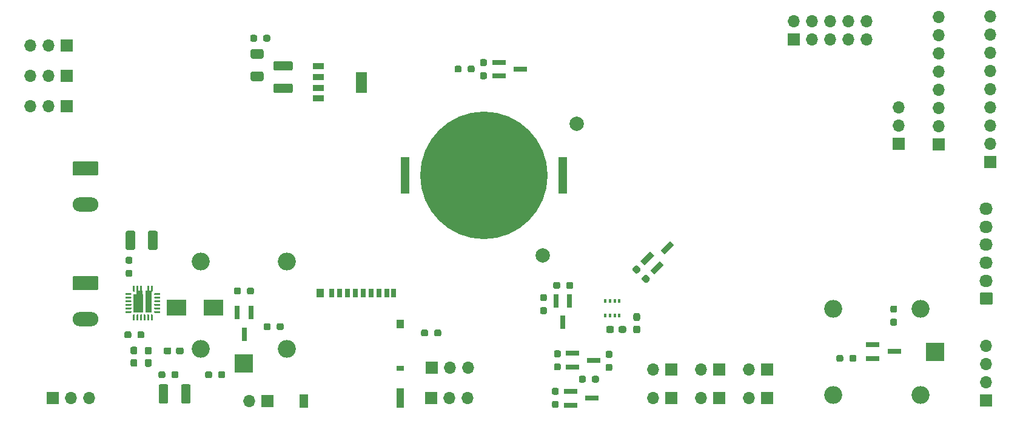
<source format=gbr>
%TF.GenerationSoftware,KiCad,Pcbnew,(5.1.8)-1*%
%TF.CreationDate,2022-04-23T21:59:24-07:00*%
%TF.ProjectId,AttitudeMotorController,41747469-7475-4646-954d-6f746f72436f,rev?*%
%TF.SameCoordinates,Original*%
%TF.FileFunction,Soldermask,Bot*%
%TF.FilePolarity,Negative*%
%FSLAX46Y46*%
G04 Gerber Fmt 4.6, Leading zero omitted, Abs format (unit mm)*
G04 Created by KiCad (PCBNEW (5.1.8)-1) date 2022-04-23 21:59:24*
%MOMM*%
%LPD*%
G01*
G04 APERTURE LIST*
%ADD10C,17.800000*%
%ADD11R,1.270000X5.080000*%
%ADD12R,1.700000X1.700000*%
%ADD13O,1.700000X1.700000*%
%ADD14O,1.850000X1.700000*%
%ADD15R,0.700000X1.200000*%
%ADD16R,1.000000X1.200000*%
%ADD17R,1.000000X0.800000*%
%ADD18R,1.000000X2.800000*%
%ADD19R,1.300000X1.900000*%
%ADD20O,3.600000X2.000000*%
%ADD21R,2.500000X2.500000*%
%ADD22O,2.500000X2.500000*%
%ADD23R,2.700000X2.200000*%
%ADD24R,0.800000X1.900000*%
%ADD25R,1.900000X0.800000*%
%ADD26C,2.000000*%
%ADD27R,0.875000X3.100000*%
%ADD28R,0.950000X3.100000*%
%ADD29R,1.340000X2.625000*%
%ADD30R,1.600200X0.838200*%
%ADD31R,1.600200X2.997200*%
%ADD32R,0.350000X0.500000*%
%ADD33C,0.100000*%
G04 APERTURE END LIST*
D10*
%TO.C,BT1*%
X126758700Y-23990300D03*
D11*
X137743700Y-23990300D03*
X115773700Y-23990300D03*
%TD*%
%TO.C,C12*%
G36*
G01*
X76743200Y-34196202D02*
X76743200Y-31996198D01*
G75*
G02*
X76993198Y-31746200I249998J0D01*
G01*
X77818202Y-31746200D01*
G75*
G02*
X78068200Y-31996198I0J-249998D01*
G01*
X78068200Y-34196202D01*
G75*
G02*
X77818202Y-34446200I-249998J0D01*
G01*
X76993198Y-34446200D01*
G75*
G02*
X76743200Y-34196202I0J249998D01*
G01*
G37*
G36*
G01*
X79868200Y-34196202D02*
X79868200Y-31996198D01*
G75*
G02*
X80118198Y-31746200I249998J0D01*
G01*
X80943202Y-31746200D01*
G75*
G02*
X81193200Y-31996198I0J-249998D01*
G01*
X81193200Y-34196202D01*
G75*
G02*
X80943202Y-34446200I-249998J0D01*
G01*
X80118198Y-34446200D01*
G75*
G02*
X79868200Y-34196202I0J249998D01*
G01*
G37*
%TD*%
%TO.C,C13*%
G36*
G01*
X77651600Y-49651800D02*
X78126600Y-49651800D01*
G75*
G02*
X78364100Y-49889300I0J-237500D01*
G01*
X78364100Y-50489300D01*
G75*
G02*
X78126600Y-50726800I-237500J0D01*
G01*
X77651600Y-50726800D01*
G75*
G02*
X77414100Y-50489300I0J237500D01*
G01*
X77414100Y-49889300D01*
G75*
G02*
X77651600Y-49651800I237500J0D01*
G01*
G37*
G36*
G01*
X77651600Y-47926800D02*
X78126600Y-47926800D01*
G75*
G02*
X78364100Y-48164300I0J-237500D01*
G01*
X78364100Y-48764300D01*
G75*
G02*
X78126600Y-49001800I-237500J0D01*
G01*
X77651600Y-49001800D01*
G75*
G02*
X77414100Y-48764300I0J237500D01*
G01*
X77414100Y-48164300D01*
G75*
G02*
X77651600Y-47926800I237500J0D01*
G01*
G37*
%TD*%
%TO.C,C14*%
G36*
G01*
X79658200Y-47939500D02*
X80133200Y-47939500D01*
G75*
G02*
X80370700Y-48177000I0J-237500D01*
G01*
X80370700Y-48777000D01*
G75*
G02*
X80133200Y-49014500I-237500J0D01*
G01*
X79658200Y-49014500D01*
G75*
G02*
X79420700Y-48777000I0J237500D01*
G01*
X79420700Y-48177000D01*
G75*
G02*
X79658200Y-47939500I237500J0D01*
G01*
G37*
G36*
G01*
X79658200Y-49664500D02*
X80133200Y-49664500D01*
G75*
G02*
X80370700Y-49902000I0J-237500D01*
G01*
X80370700Y-50502000D01*
G75*
G02*
X80133200Y-50739500I-237500J0D01*
G01*
X79658200Y-50739500D01*
G75*
G02*
X79420700Y-50502000I0J237500D01*
G01*
X79420700Y-49902000D01*
G75*
G02*
X79658200Y-49664500I237500J0D01*
G01*
G37*
%TD*%
%TO.C,C25*%
G36*
G01*
X148332200Y-44328200D02*
X147857200Y-44328200D01*
G75*
G02*
X147619700Y-44090700I0J237500D01*
G01*
X147619700Y-43490700D01*
G75*
G02*
X147857200Y-43253200I237500J0D01*
G01*
X148332200Y-43253200D01*
G75*
G02*
X148569700Y-43490700I0J-237500D01*
G01*
X148569700Y-44090700D01*
G75*
G02*
X148332200Y-44328200I-237500J0D01*
G01*
G37*
G36*
G01*
X148332200Y-46053200D02*
X147857200Y-46053200D01*
G75*
G02*
X147619700Y-45815700I0J237500D01*
G01*
X147619700Y-45215700D01*
G75*
G02*
X147857200Y-44978200I237500J0D01*
G01*
X148332200Y-44978200D01*
G75*
G02*
X148569700Y-45215700I0J-237500D01*
G01*
X148569700Y-45815700D01*
G75*
G02*
X148332200Y-46053200I-237500J0D01*
G01*
G37*
%TD*%
%TO.C,C26*%
G36*
G01*
X143837200Y-45767000D02*
X143837200Y-45292000D01*
G75*
G02*
X144074700Y-45054500I237500J0D01*
G01*
X144674700Y-45054500D01*
G75*
G02*
X144912200Y-45292000I0J-237500D01*
G01*
X144912200Y-45767000D01*
G75*
G02*
X144674700Y-46004500I-237500J0D01*
G01*
X144074700Y-46004500D01*
G75*
G02*
X143837200Y-45767000I0J237500D01*
G01*
G37*
G36*
G01*
X145562200Y-45767000D02*
X145562200Y-45292000D01*
G75*
G02*
X145799700Y-45054500I237500J0D01*
G01*
X146399700Y-45054500D01*
G75*
G02*
X146637200Y-45292000I0J-237500D01*
G01*
X146637200Y-45767000D01*
G75*
G02*
X146399700Y-46004500I-237500J0D01*
G01*
X145799700Y-46004500D01*
G75*
G02*
X145562200Y-45767000I0J237500D01*
G01*
G37*
%TD*%
%TO.C,C28*%
G36*
G01*
X84837900Y-48276500D02*
X84837900Y-48751500D01*
G75*
G02*
X84600400Y-48989000I-237500J0D01*
G01*
X84000400Y-48989000D01*
G75*
G02*
X83762900Y-48751500I0J237500D01*
G01*
X83762900Y-48276500D01*
G75*
G02*
X84000400Y-48039000I237500J0D01*
G01*
X84600400Y-48039000D01*
G75*
G02*
X84837900Y-48276500I0J-237500D01*
G01*
G37*
G36*
G01*
X83112900Y-48276500D02*
X83112900Y-48751500D01*
G75*
G02*
X82875400Y-48989000I-237500J0D01*
G01*
X82275400Y-48989000D01*
G75*
G02*
X82037900Y-48751500I0J237500D01*
G01*
X82037900Y-48276500D01*
G75*
G02*
X82275400Y-48039000I237500J0D01*
G01*
X82875400Y-48039000D01*
G75*
G02*
X83112900Y-48276500I0J-237500D01*
G01*
G37*
%TD*%
%TO.C,C31*%
G36*
G01*
X82678700Y-53408398D02*
X82678700Y-55608402D01*
G75*
G02*
X82428702Y-55858400I-249998J0D01*
G01*
X81603698Y-55858400D01*
G75*
G02*
X81353700Y-55608402I0J249998D01*
G01*
X81353700Y-53408398D01*
G75*
G02*
X81603698Y-53158400I249998J0D01*
G01*
X82428702Y-53158400D01*
G75*
G02*
X82678700Y-53408398I0J-249998D01*
G01*
G37*
G36*
G01*
X85803700Y-53408398D02*
X85803700Y-55608402D01*
G75*
G02*
X85553702Y-55858400I-249998J0D01*
G01*
X84728698Y-55858400D01*
G75*
G02*
X84478700Y-55608402I0J249998D01*
G01*
X84478700Y-53408398D01*
G75*
G02*
X84728698Y-53158400I249998J0D01*
G01*
X85553702Y-53158400D01*
G75*
G02*
X85803700Y-53408398I0J-249998D01*
G01*
G37*
%TD*%
%TO.C,C33*%
G36*
G01*
X95734902Y-10860600D02*
X94434898Y-10860600D01*
G75*
G02*
X94184900Y-10610602I0J249998D01*
G01*
X94184900Y-9785598D01*
G75*
G02*
X94434898Y-9535600I249998J0D01*
G01*
X95734902Y-9535600D01*
G75*
G02*
X95984900Y-9785598I0J-249998D01*
G01*
X95984900Y-10610602D01*
G75*
G02*
X95734902Y-10860600I-249998J0D01*
G01*
G37*
G36*
G01*
X95734902Y-7735600D02*
X94434898Y-7735600D01*
G75*
G02*
X94184900Y-7485602I0J249998D01*
G01*
X94184900Y-6660598D01*
G75*
G02*
X94434898Y-6410600I249998J0D01*
G01*
X95734902Y-6410600D01*
G75*
G02*
X95984900Y-6660598I0J-249998D01*
G01*
X95984900Y-7485602D01*
G75*
G02*
X95734902Y-7735600I-249998J0D01*
G01*
G37*
%TD*%
%TO.C,C35*%
G36*
G01*
X99817102Y-12537400D02*
X97617098Y-12537400D01*
G75*
G02*
X97367100Y-12287402I0J249998D01*
G01*
X97367100Y-11462398D01*
G75*
G02*
X97617098Y-11212400I249998J0D01*
G01*
X99817102Y-11212400D01*
G75*
G02*
X100067100Y-11462398I0J-249998D01*
G01*
X100067100Y-12287402D01*
G75*
G02*
X99817102Y-12537400I-249998J0D01*
G01*
G37*
G36*
G01*
X99817102Y-9412400D02*
X97617098Y-9412400D01*
G75*
G02*
X97367100Y-9162402I0J249998D01*
G01*
X97367100Y-8337398D01*
G75*
G02*
X97617098Y-8087400I249998J0D01*
G01*
X99817102Y-8087400D01*
G75*
G02*
X100067100Y-8337398I0J-249998D01*
G01*
X100067100Y-9162402D01*
G75*
G02*
X99817102Y-9412400I-249998J0D01*
G01*
G37*
%TD*%
D12*
%TO.C,J1*%
X190220600Y-19723100D03*
D13*
X190220600Y-17183100D03*
X190220600Y-14643100D03*
X190220600Y-12103100D03*
X190220600Y-9563100D03*
X190220600Y-7023100D03*
X190220600Y-4483100D03*
X190220600Y-1943100D03*
%TD*%
D12*
%TO.C,J2*%
X119481600Y-50838100D03*
D13*
X122021600Y-50838100D03*
X124561600Y-50838100D03*
%TD*%
D12*
%TO.C,J3*%
X170027600Y-5054600D03*
D13*
X170027600Y-2514600D03*
X172567600Y-5054600D03*
X172567600Y-2514600D03*
X175107600Y-5054600D03*
X175107600Y-2514600D03*
X177647600Y-5054600D03*
X177647600Y-2514600D03*
X180187600Y-5054600D03*
X180187600Y-2514600D03*
%TD*%
D12*
%TO.C,J4*%
X184658000Y-19646900D03*
D13*
X184658000Y-17106900D03*
X184658000Y-14566900D03*
%TD*%
D12*
%TO.C,J5*%
X68529200Y-5880100D03*
D13*
X65989200Y-5880100D03*
X63449200Y-5880100D03*
%TD*%
%TO.C,J6*%
G36*
G01*
X197575800Y-42061500D02*
X196225800Y-42061500D01*
G75*
G02*
X195975800Y-41811500I0J250000D01*
G01*
X195975800Y-40611500D01*
G75*
G02*
X196225800Y-40361500I250000J0D01*
G01*
X197575800Y-40361500D01*
G75*
G02*
X197825800Y-40611500I0J-250000D01*
G01*
X197825800Y-41811500D01*
G75*
G02*
X197575800Y-42061500I-250000J0D01*
G01*
G37*
D14*
X196900800Y-38711500D03*
X196900800Y-36211500D03*
X196900800Y-33711500D03*
X196900800Y-31211500D03*
X196900800Y-28711500D03*
%TD*%
D13*
%TO.C,J7*%
X124485400Y-55054500D03*
X121945400Y-55054500D03*
D12*
X119405400Y-55054500D03*
%TD*%
%TO.C,J8*%
X197434200Y-22123400D03*
D13*
X197434200Y-19583400D03*
X197434200Y-17043400D03*
X197434200Y-14503400D03*
X197434200Y-11963400D03*
X197434200Y-9423400D03*
X197434200Y-6883400D03*
X197434200Y-4343400D03*
X197434200Y-1803400D03*
%TD*%
D12*
%TO.C,J9*%
X196850000Y-55397400D03*
D13*
X196850000Y-52857400D03*
X196850000Y-50317400D03*
X196850000Y-47777400D03*
%TD*%
%TO.C,J10*%
X163733480Y-55102760D03*
D12*
X166273480Y-55102760D03*
%TD*%
%TO.C,J11*%
X159639000Y-55102760D03*
D13*
X157099000Y-55102760D03*
%TD*%
D12*
%TO.C,J12*%
X152948640Y-55128160D03*
D13*
X150408640Y-55128160D03*
%TD*%
%TO.C,J13*%
X163753800Y-51117500D03*
D12*
X166293800Y-51117500D03*
%TD*%
D13*
%TO.C,J14*%
X157111700Y-51104800D03*
D12*
X159651700Y-51104800D03*
%TD*%
%TO.C,J15*%
X152946100Y-51092100D03*
D13*
X150406100Y-51092100D03*
%TD*%
D12*
%TO.C,J16*%
X96507300Y-55524400D03*
D13*
X93967300Y-55524400D03*
%TD*%
D12*
%TO.C,J17*%
X66548000Y-55105300D03*
D13*
X69088000Y-55105300D03*
X71628000Y-55105300D03*
%TD*%
D15*
%TO.C,J18*%
X114142500Y-40433400D03*
X113192500Y-40433400D03*
X105492500Y-40433400D03*
X106592500Y-40433400D03*
X107692500Y-40433400D03*
X108792500Y-40433400D03*
X109892500Y-40433400D03*
X110992500Y-40433400D03*
X112092500Y-40433400D03*
D16*
X103942500Y-40433400D03*
X115092500Y-44733400D03*
D17*
X115092500Y-50933400D03*
D18*
X115092500Y-55083400D03*
D19*
X101592500Y-55533400D03*
%TD*%
D20*
%TO.C,J19*%
X71120000Y-28063200D03*
G36*
G01*
X69570000Y-22063200D02*
X72670000Y-22063200D01*
G75*
G02*
X72920000Y-22313200I0J-250000D01*
G01*
X72920000Y-23813200D01*
G75*
G02*
X72670000Y-24063200I-250000J0D01*
G01*
X69570000Y-24063200D01*
G75*
G02*
X69320000Y-23813200I0J250000D01*
G01*
X69320000Y-22313200D01*
G75*
G02*
X69570000Y-22063200I250000J0D01*
G01*
G37*
%TD*%
%TO.C,J20*%
G36*
G01*
X69570000Y-38052500D02*
X72670000Y-38052500D01*
G75*
G02*
X72920000Y-38302500I0J-250000D01*
G01*
X72920000Y-39802500D01*
G75*
G02*
X72670000Y-40052500I-250000J0D01*
G01*
X69570000Y-40052500D01*
G75*
G02*
X69320000Y-39802500I0J250000D01*
G01*
X69320000Y-38302500D01*
G75*
G02*
X69570000Y-38052500I250000J0D01*
G01*
G37*
X71120000Y-44052500D03*
%TD*%
D13*
%TO.C,J21*%
X63461900Y-14363700D03*
X66001900Y-14363700D03*
D12*
X68541900Y-14363700D03*
%TD*%
D13*
%TO.C,J22*%
X63461900Y-10147300D03*
X66001900Y-10147300D03*
D12*
X68541900Y-10147300D03*
%TD*%
D21*
%TO.C,K1*%
X93256100Y-50253900D03*
D22*
X99256100Y-48253900D03*
X99256100Y-36053900D03*
X87256100Y-36053900D03*
X87256100Y-48253900D03*
%TD*%
%TO.C,K2*%
X187712600Y-54679100D03*
X175512600Y-54679100D03*
X175512600Y-42679100D03*
X187712600Y-42679100D03*
D21*
X189712600Y-48679100D03*
%TD*%
D23*
%TO.C,L1*%
X83873500Y-42519600D03*
X88973500Y-42519600D03*
%TD*%
D24*
%TO.C,Q7*%
X93284000Y-46180000D03*
X94234000Y-43180000D03*
X92334000Y-43180000D03*
%TD*%
D25*
%TO.C,Q8*%
X184061100Y-48602900D03*
X181061100Y-47652900D03*
X181061100Y-49552900D03*
%TD*%
%TO.C,R13*%
G36*
G01*
X118967700Y-45774600D02*
X118967700Y-46249600D01*
G75*
G02*
X118730200Y-46487100I-237500J0D01*
G01*
X118230200Y-46487100D01*
G75*
G02*
X117992700Y-46249600I0J237500D01*
G01*
X117992700Y-45774600D01*
G75*
G02*
X118230200Y-45537100I237500J0D01*
G01*
X118730200Y-45537100D01*
G75*
G02*
X118967700Y-45774600I0J-237500D01*
G01*
G37*
G36*
G01*
X120792700Y-45774600D02*
X120792700Y-46249600D01*
G75*
G02*
X120555200Y-46487100I-237500J0D01*
G01*
X120055200Y-46487100D01*
G75*
G02*
X119817700Y-46249600I0J237500D01*
G01*
X119817700Y-45774600D01*
G75*
G02*
X120055200Y-45537100I237500J0D01*
G01*
X120555200Y-45537100D01*
G75*
G02*
X120792700Y-45774600I0J-237500D01*
G01*
G37*
%TD*%
%TO.C,R15*%
G36*
G01*
X92818400Y-39919900D02*
X92818400Y-40394900D01*
G75*
G02*
X92580900Y-40632400I-237500J0D01*
G01*
X92080900Y-40632400D01*
G75*
G02*
X91843400Y-40394900I0J237500D01*
G01*
X91843400Y-39919900D01*
G75*
G02*
X92080900Y-39682400I237500J0D01*
G01*
X92580900Y-39682400D01*
G75*
G02*
X92818400Y-39919900I0J-237500D01*
G01*
G37*
G36*
G01*
X94643400Y-39919900D02*
X94643400Y-40394900D01*
G75*
G02*
X94405900Y-40632400I-237500J0D01*
G01*
X93905900Y-40632400D01*
G75*
G02*
X93668400Y-40394900I0J237500D01*
G01*
X93668400Y-39919900D01*
G75*
G02*
X93905900Y-39682400I237500J0D01*
G01*
X94405900Y-39682400D01*
G75*
G02*
X94643400Y-39919900I0J-237500D01*
G01*
G37*
%TD*%
%TO.C,R16*%
G36*
G01*
X95996300Y-45373300D02*
X95996300Y-44898300D01*
G75*
G02*
X96233800Y-44660800I237500J0D01*
G01*
X96733800Y-44660800D01*
G75*
G02*
X96971300Y-44898300I0J-237500D01*
G01*
X96971300Y-45373300D01*
G75*
G02*
X96733800Y-45610800I-237500J0D01*
G01*
X96233800Y-45610800D01*
G75*
G02*
X95996300Y-45373300I0J237500D01*
G01*
G37*
G36*
G01*
X97821300Y-45373300D02*
X97821300Y-44898300D01*
G75*
G02*
X98058800Y-44660800I237500J0D01*
G01*
X98558800Y-44660800D01*
G75*
G02*
X98796300Y-44898300I0J-237500D01*
G01*
X98796300Y-45373300D01*
G75*
G02*
X98558800Y-45610800I-237500J0D01*
G01*
X98058800Y-45610800D01*
G75*
G02*
X97821300Y-45373300I0J237500D01*
G01*
G37*
%TD*%
%TO.C,R17*%
G36*
G01*
X177782400Y-49792900D02*
X177782400Y-49317900D01*
G75*
G02*
X178019900Y-49080400I237500J0D01*
G01*
X178519900Y-49080400D01*
G75*
G02*
X178757400Y-49317900I0J-237500D01*
G01*
X178757400Y-49792900D01*
G75*
G02*
X178519900Y-50030400I-237500J0D01*
G01*
X178019900Y-50030400D01*
G75*
G02*
X177782400Y-49792900I0J237500D01*
G01*
G37*
G36*
G01*
X175957400Y-49792900D02*
X175957400Y-49317900D01*
G75*
G02*
X176194900Y-49080400I237500J0D01*
G01*
X176694900Y-49080400D01*
G75*
G02*
X176932400Y-49317900I0J-237500D01*
G01*
X176932400Y-49792900D01*
G75*
G02*
X176694900Y-50030400I-237500J0D01*
G01*
X176194900Y-50030400D01*
G75*
G02*
X175957400Y-49792900I0J237500D01*
G01*
G37*
%TD*%
%TO.C,R18*%
G36*
G01*
X184222400Y-44997200D02*
X183747400Y-44997200D01*
G75*
G02*
X183509900Y-44759700I0J237500D01*
G01*
X183509900Y-44259700D01*
G75*
G02*
X183747400Y-44022200I237500J0D01*
G01*
X184222400Y-44022200D01*
G75*
G02*
X184459900Y-44259700I0J-237500D01*
G01*
X184459900Y-44759700D01*
G75*
G02*
X184222400Y-44997200I-237500J0D01*
G01*
G37*
G36*
G01*
X184222400Y-43172200D02*
X183747400Y-43172200D01*
G75*
G02*
X183509900Y-42934700I0J237500D01*
G01*
X183509900Y-42434700D01*
G75*
G02*
X183747400Y-42197200I237500J0D01*
G01*
X184222400Y-42197200D01*
G75*
G02*
X184459900Y-42434700I0J-237500D01*
G01*
X184459900Y-42934700D01*
G75*
G02*
X184222400Y-43172200I-237500J0D01*
G01*
G37*
%TD*%
%TO.C,R19*%
G36*
G01*
X76552600Y-46503600D02*
X76552600Y-46028600D01*
G75*
G02*
X76790100Y-45791100I237500J0D01*
G01*
X77290100Y-45791100D01*
G75*
G02*
X77527600Y-46028600I0J-237500D01*
G01*
X77527600Y-46503600D01*
G75*
G02*
X77290100Y-46741100I-237500J0D01*
G01*
X76790100Y-46741100D01*
G75*
G02*
X76552600Y-46503600I0J237500D01*
G01*
G37*
G36*
G01*
X78377600Y-46503600D02*
X78377600Y-46028600D01*
G75*
G02*
X78615100Y-45791100I237500J0D01*
G01*
X79115100Y-45791100D01*
G75*
G02*
X79352600Y-46028600I0J-237500D01*
G01*
X79352600Y-46503600D01*
G75*
G02*
X79115100Y-46741100I-237500J0D01*
G01*
X78615100Y-46741100D01*
G75*
G02*
X78377600Y-46503600I0J237500D01*
G01*
G37*
%TD*%
%TO.C,R20*%
G36*
G01*
X76978500Y-37206100D02*
X77453500Y-37206100D01*
G75*
G02*
X77691000Y-37443600I0J-237500D01*
G01*
X77691000Y-37943600D01*
G75*
G02*
X77453500Y-38181100I-237500J0D01*
G01*
X76978500Y-38181100D01*
G75*
G02*
X76741000Y-37943600I0J237500D01*
G01*
X76741000Y-37443600D01*
G75*
G02*
X76978500Y-37206100I237500J0D01*
G01*
G37*
G36*
G01*
X76978500Y-35381100D02*
X77453500Y-35381100D01*
G75*
G02*
X77691000Y-35618600I0J-237500D01*
G01*
X77691000Y-36118600D01*
G75*
G02*
X77453500Y-36356100I-237500J0D01*
G01*
X76978500Y-36356100D01*
G75*
G02*
X76741000Y-36118600I0J237500D01*
G01*
X76741000Y-35618600D01*
G75*
G02*
X76978500Y-35381100I237500J0D01*
G01*
G37*
%TD*%
%TO.C,R21*%
G36*
G01*
X90630200Y-51603900D02*
X90630200Y-52078900D01*
G75*
G02*
X90392700Y-52316400I-237500J0D01*
G01*
X89892700Y-52316400D01*
G75*
G02*
X89655200Y-52078900I0J237500D01*
G01*
X89655200Y-51603900D01*
G75*
G02*
X89892700Y-51366400I237500J0D01*
G01*
X90392700Y-51366400D01*
G75*
G02*
X90630200Y-51603900I0J-237500D01*
G01*
G37*
G36*
G01*
X88805200Y-51603900D02*
X88805200Y-52078900D01*
G75*
G02*
X88567700Y-52316400I-237500J0D01*
G01*
X88067700Y-52316400D01*
G75*
G02*
X87830200Y-52078900I0J237500D01*
G01*
X87830200Y-51603900D01*
G75*
G02*
X88067700Y-51366400I237500J0D01*
G01*
X88567700Y-51366400D01*
G75*
G02*
X88805200Y-51603900I0J-237500D01*
G01*
G37*
%TD*%
%TO.C,R22*%
G36*
G01*
X82275500Y-51603900D02*
X82275500Y-52078900D01*
G75*
G02*
X82038000Y-52316400I-237500J0D01*
G01*
X81538000Y-52316400D01*
G75*
G02*
X81300500Y-52078900I0J237500D01*
G01*
X81300500Y-51603900D01*
G75*
G02*
X81538000Y-51366400I237500J0D01*
G01*
X82038000Y-51366400D01*
G75*
G02*
X82275500Y-51603900I0J-237500D01*
G01*
G37*
G36*
G01*
X84100500Y-51603900D02*
X84100500Y-52078900D01*
G75*
G02*
X83863000Y-52316400I-237500J0D01*
G01*
X83363000Y-52316400D01*
G75*
G02*
X83125500Y-52078900I0J237500D01*
G01*
X83125500Y-51603900D01*
G75*
G02*
X83363000Y-51366400I237500J0D01*
G01*
X83863000Y-51366400D01*
G75*
G02*
X84100500Y-51603900I0J-237500D01*
G01*
G37*
%TD*%
%TO.C,R26*%
G36*
G01*
X96929400Y-4652000D02*
X96929400Y-5127000D01*
G75*
G02*
X96691900Y-5364500I-237500J0D01*
G01*
X96191900Y-5364500D01*
G75*
G02*
X95954400Y-5127000I0J237500D01*
G01*
X95954400Y-4652000D01*
G75*
G02*
X96191900Y-4414500I237500J0D01*
G01*
X96691900Y-4414500D01*
G75*
G02*
X96929400Y-4652000I0J-237500D01*
G01*
G37*
G36*
G01*
X95104400Y-4652000D02*
X95104400Y-5127000D01*
G75*
G02*
X94866900Y-5364500I-237500J0D01*
G01*
X94366900Y-5364500D01*
G75*
G02*
X94129400Y-5127000I0J237500D01*
G01*
X94129400Y-4652000D01*
G75*
G02*
X94366900Y-4414500I237500J0D01*
G01*
X94866900Y-4414500D01*
G75*
G02*
X95104400Y-4652000I0J-237500D01*
G01*
G37*
%TD*%
D26*
%TO.C,TP20*%
X139738100Y-16789400D03*
%TD*%
%TO.C,TP21*%
X134962900Y-35179000D03*
%TD*%
D27*
%TO.C,U2*%
X78696200Y-41658800D03*
D28*
X79978700Y-41658800D03*
D29*
X78463700Y-41896300D03*
G36*
G01*
X77758700Y-44216300D02*
X77758700Y-43491300D01*
G75*
G02*
X77821200Y-43428800I62500J0D01*
G01*
X77946200Y-43428800D01*
G75*
G02*
X78008700Y-43491300I0J-62500D01*
G01*
X78008700Y-44216300D01*
G75*
G02*
X77946200Y-44278800I-62500J0D01*
G01*
X77821200Y-44278800D01*
G75*
G02*
X77758700Y-44216300I0J62500D01*
G01*
G37*
G36*
G01*
X78258700Y-44216300D02*
X78258700Y-43491300D01*
G75*
G02*
X78321200Y-43428800I62500J0D01*
G01*
X78446200Y-43428800D01*
G75*
G02*
X78508700Y-43491300I0J-62500D01*
G01*
X78508700Y-44216300D01*
G75*
G02*
X78446200Y-44278800I-62500J0D01*
G01*
X78321200Y-44278800D01*
G75*
G02*
X78258700Y-44216300I0J62500D01*
G01*
G37*
G36*
G01*
X78758700Y-44216300D02*
X78758700Y-43491300D01*
G75*
G02*
X78821200Y-43428800I62500J0D01*
G01*
X78946200Y-43428800D01*
G75*
G02*
X79008700Y-43491300I0J-62500D01*
G01*
X79008700Y-44216300D01*
G75*
G02*
X78946200Y-44278800I-62500J0D01*
G01*
X78821200Y-44278800D01*
G75*
G02*
X78758700Y-44216300I0J62500D01*
G01*
G37*
G36*
G01*
X79258700Y-44216300D02*
X79258700Y-43491300D01*
G75*
G02*
X79321200Y-43428800I62500J0D01*
G01*
X79446200Y-43428800D01*
G75*
G02*
X79508700Y-43491300I0J-62500D01*
G01*
X79508700Y-44216300D01*
G75*
G02*
X79446200Y-44278800I-62500J0D01*
G01*
X79321200Y-44278800D01*
G75*
G02*
X79258700Y-44216300I0J62500D01*
G01*
G37*
G36*
G01*
X79758700Y-44216300D02*
X79758700Y-43491300D01*
G75*
G02*
X79821200Y-43428800I62500J0D01*
G01*
X79946200Y-43428800D01*
G75*
G02*
X80008700Y-43491300I0J-62500D01*
G01*
X80008700Y-44216300D01*
G75*
G02*
X79946200Y-44278800I-62500J0D01*
G01*
X79821200Y-44278800D01*
G75*
G02*
X79758700Y-44216300I0J62500D01*
G01*
G37*
G36*
G01*
X80258700Y-44216300D02*
X80258700Y-43491300D01*
G75*
G02*
X80321200Y-43428800I62500J0D01*
G01*
X80446200Y-43428800D01*
G75*
G02*
X80508700Y-43491300I0J-62500D01*
G01*
X80508700Y-44216300D01*
G75*
G02*
X80446200Y-44278800I-62500J0D01*
G01*
X80321200Y-44278800D01*
G75*
G02*
X80258700Y-44216300I0J62500D01*
G01*
G37*
G36*
G01*
X80728700Y-43146300D02*
X80728700Y-43021300D01*
G75*
G02*
X80791200Y-42958800I62500J0D01*
G01*
X81516200Y-42958800D01*
G75*
G02*
X81578700Y-43021300I0J-62500D01*
G01*
X81578700Y-43146300D01*
G75*
G02*
X81516200Y-43208800I-62500J0D01*
G01*
X80791200Y-43208800D01*
G75*
G02*
X80728700Y-43146300I0J62500D01*
G01*
G37*
G36*
G01*
X80728700Y-42646300D02*
X80728700Y-42521300D01*
G75*
G02*
X80791200Y-42458800I62500J0D01*
G01*
X81516200Y-42458800D01*
G75*
G02*
X81578700Y-42521300I0J-62500D01*
G01*
X81578700Y-42646300D01*
G75*
G02*
X81516200Y-42708800I-62500J0D01*
G01*
X80791200Y-42708800D01*
G75*
G02*
X80728700Y-42646300I0J62500D01*
G01*
G37*
G36*
G01*
X80728700Y-42146300D02*
X80728700Y-42021300D01*
G75*
G02*
X80791200Y-41958800I62500J0D01*
G01*
X81516200Y-41958800D01*
G75*
G02*
X81578700Y-42021300I0J-62500D01*
G01*
X81578700Y-42146300D01*
G75*
G02*
X81516200Y-42208800I-62500J0D01*
G01*
X80791200Y-42208800D01*
G75*
G02*
X80728700Y-42146300I0J62500D01*
G01*
G37*
G36*
G01*
X80728700Y-41646300D02*
X80728700Y-41521300D01*
G75*
G02*
X80791200Y-41458800I62500J0D01*
G01*
X81516200Y-41458800D01*
G75*
G02*
X81578700Y-41521300I0J-62500D01*
G01*
X81578700Y-41646300D01*
G75*
G02*
X81516200Y-41708800I-62500J0D01*
G01*
X80791200Y-41708800D01*
G75*
G02*
X80728700Y-41646300I0J62500D01*
G01*
G37*
G36*
G01*
X80728700Y-41146300D02*
X80728700Y-41021300D01*
G75*
G02*
X80791200Y-40958800I62500J0D01*
G01*
X81516200Y-40958800D01*
G75*
G02*
X81578700Y-41021300I0J-62500D01*
G01*
X81578700Y-41146300D01*
G75*
G02*
X81516200Y-41208800I-62500J0D01*
G01*
X80791200Y-41208800D01*
G75*
G02*
X80728700Y-41146300I0J62500D01*
G01*
G37*
G36*
G01*
X80728700Y-40646300D02*
X80728700Y-40521300D01*
G75*
G02*
X80791200Y-40458800I62500J0D01*
G01*
X81516200Y-40458800D01*
G75*
G02*
X81578700Y-40521300I0J-62500D01*
G01*
X81578700Y-40646300D01*
G75*
G02*
X81516200Y-40708800I-62500J0D01*
G01*
X80791200Y-40708800D01*
G75*
G02*
X80728700Y-40646300I0J62500D01*
G01*
G37*
G36*
G01*
X80258700Y-40176300D02*
X80258700Y-39451300D01*
G75*
G02*
X80321200Y-39388800I62500J0D01*
G01*
X80446200Y-39388800D01*
G75*
G02*
X80508700Y-39451300I0J-62500D01*
G01*
X80508700Y-40176300D01*
G75*
G02*
X80446200Y-40238800I-62500J0D01*
G01*
X80321200Y-40238800D01*
G75*
G02*
X80258700Y-40176300I0J62500D01*
G01*
G37*
G36*
G01*
X79758700Y-40176300D02*
X79758700Y-39451300D01*
G75*
G02*
X79821200Y-39388800I62500J0D01*
G01*
X79946200Y-39388800D01*
G75*
G02*
X80008700Y-39451300I0J-62500D01*
G01*
X80008700Y-40176300D01*
G75*
G02*
X79946200Y-40238800I-62500J0D01*
G01*
X79821200Y-40238800D01*
G75*
G02*
X79758700Y-40176300I0J62500D01*
G01*
G37*
G36*
G01*
X78758700Y-40176300D02*
X78758700Y-39451300D01*
G75*
G02*
X78821200Y-39388800I62500J0D01*
G01*
X78946200Y-39388800D01*
G75*
G02*
X79008700Y-39451300I0J-62500D01*
G01*
X79008700Y-40176300D01*
G75*
G02*
X78946200Y-40238800I-62500J0D01*
G01*
X78821200Y-40238800D01*
G75*
G02*
X78758700Y-40176300I0J62500D01*
G01*
G37*
G36*
G01*
X78258700Y-40176300D02*
X78258700Y-39451300D01*
G75*
G02*
X78321200Y-39388800I62500J0D01*
G01*
X78446200Y-39388800D01*
G75*
G02*
X78508700Y-39451300I0J-62500D01*
G01*
X78508700Y-40176300D01*
G75*
G02*
X78446200Y-40238800I-62500J0D01*
G01*
X78321200Y-40238800D01*
G75*
G02*
X78258700Y-40176300I0J62500D01*
G01*
G37*
G36*
G01*
X77758700Y-40176300D02*
X77758700Y-39451300D01*
G75*
G02*
X77821200Y-39388800I62500J0D01*
G01*
X77946200Y-39388800D01*
G75*
G02*
X78008700Y-39451300I0J-62500D01*
G01*
X78008700Y-40176300D01*
G75*
G02*
X77946200Y-40238800I-62500J0D01*
G01*
X77821200Y-40238800D01*
G75*
G02*
X77758700Y-40176300I0J62500D01*
G01*
G37*
G36*
G01*
X76688700Y-40646300D02*
X76688700Y-40521300D01*
G75*
G02*
X76751200Y-40458800I62500J0D01*
G01*
X77476200Y-40458800D01*
G75*
G02*
X77538700Y-40521300I0J-62500D01*
G01*
X77538700Y-40646300D01*
G75*
G02*
X77476200Y-40708800I-62500J0D01*
G01*
X76751200Y-40708800D01*
G75*
G02*
X76688700Y-40646300I0J62500D01*
G01*
G37*
G36*
G01*
X76688700Y-41146300D02*
X76688700Y-41021300D01*
G75*
G02*
X76751200Y-40958800I62500J0D01*
G01*
X77476200Y-40958800D01*
G75*
G02*
X77538700Y-41021300I0J-62500D01*
G01*
X77538700Y-41146300D01*
G75*
G02*
X77476200Y-41208800I-62500J0D01*
G01*
X76751200Y-41208800D01*
G75*
G02*
X76688700Y-41146300I0J62500D01*
G01*
G37*
G36*
G01*
X76688700Y-41646300D02*
X76688700Y-41521300D01*
G75*
G02*
X76751200Y-41458800I62500J0D01*
G01*
X77476200Y-41458800D01*
G75*
G02*
X77538700Y-41521300I0J-62500D01*
G01*
X77538700Y-41646300D01*
G75*
G02*
X77476200Y-41708800I-62500J0D01*
G01*
X76751200Y-41708800D01*
G75*
G02*
X76688700Y-41646300I0J62500D01*
G01*
G37*
G36*
G01*
X76688700Y-42146300D02*
X76688700Y-42021300D01*
G75*
G02*
X76751200Y-41958800I62500J0D01*
G01*
X77476200Y-41958800D01*
G75*
G02*
X77538700Y-42021300I0J-62500D01*
G01*
X77538700Y-42146300D01*
G75*
G02*
X77476200Y-42208800I-62500J0D01*
G01*
X76751200Y-42208800D01*
G75*
G02*
X76688700Y-42146300I0J62500D01*
G01*
G37*
G36*
G01*
X76688700Y-42646300D02*
X76688700Y-42521300D01*
G75*
G02*
X76751200Y-42458800I62500J0D01*
G01*
X77476200Y-42458800D01*
G75*
G02*
X77538700Y-42521300I0J-62500D01*
G01*
X77538700Y-42646300D01*
G75*
G02*
X77476200Y-42708800I-62500J0D01*
G01*
X76751200Y-42708800D01*
G75*
G02*
X76688700Y-42646300I0J62500D01*
G01*
G37*
G36*
G01*
X76688700Y-43146300D02*
X76688700Y-43021300D01*
G75*
G02*
X76751200Y-42958800I62500J0D01*
G01*
X77476200Y-42958800D01*
G75*
G02*
X77538700Y-43021300I0J-62500D01*
G01*
X77538700Y-43146300D01*
G75*
G02*
X77476200Y-43208800I-62500J0D01*
G01*
X76751200Y-43208800D01*
G75*
G02*
X76688700Y-43146300I0J62500D01*
G01*
G37*
%TD*%
D30*
%TO.C,U4*%
X103644700Y-13309600D03*
X103644700Y-11811000D03*
X103644700Y-10287000D03*
X103644700Y-8788400D03*
D31*
X109689900Y-11049000D03*
%TD*%
D32*
%TO.C,U10*%
X143728800Y-41507300D03*
X144378800Y-41507300D03*
X145028800Y-41507300D03*
X145678800Y-41507300D03*
X145678800Y-43557300D03*
X145028800Y-43557300D03*
X144378800Y-43557300D03*
X143728800Y-43557300D03*
%TD*%
D25*
%TO.C,Q14*%
X131875660Y-9207500D03*
X128875660Y-8257500D03*
X128875660Y-10157500D03*
%TD*%
D33*
%TO.C,Q16*%
G36*
X151974471Y-35067854D02*
G01*
X151408786Y-34502169D01*
X152752289Y-33158666D01*
X153317974Y-33724351D01*
X151974471Y-35067854D01*
G37*
G36*
X149181399Y-36517423D02*
G01*
X148615714Y-35951738D01*
X149959217Y-34608235D01*
X150524902Y-35173920D01*
X149181399Y-36517423D01*
G37*
G36*
X150524902Y-37860926D02*
G01*
X149959217Y-37295241D01*
X151302720Y-35951738D01*
X151868405Y-36517423D01*
X150524902Y-37860926D01*
G37*
%TD*%
D25*
%TO.C,Q17*%
X139101700Y-50759400D03*
X139101700Y-48859400D03*
X142101700Y-49809400D03*
%TD*%
%TO.C,Q18*%
X141853920Y-55118000D03*
X138853920Y-54168000D03*
X138853920Y-56068000D03*
%TD*%
D24*
%TO.C,Q19*%
X136824680Y-41542840D03*
X138724680Y-41542840D03*
X137774680Y-44542840D03*
%TD*%
%TO.C,R43*%
G36*
G01*
X126940320Y-8779960D02*
X126465320Y-8779960D01*
G75*
G02*
X126227820Y-8542460I0J237500D01*
G01*
X126227820Y-8042460D01*
G75*
G02*
X126465320Y-7804960I237500J0D01*
G01*
X126940320Y-7804960D01*
G75*
G02*
X127177820Y-8042460I0J-237500D01*
G01*
X127177820Y-8542460D01*
G75*
G02*
X126940320Y-8779960I-237500J0D01*
G01*
G37*
G36*
G01*
X126940320Y-10604960D02*
X126465320Y-10604960D01*
G75*
G02*
X126227820Y-10367460I0J237500D01*
G01*
X126227820Y-9867460D01*
G75*
G02*
X126465320Y-9629960I237500J0D01*
G01*
X126940320Y-9629960D01*
G75*
G02*
X127177820Y-9867460I0J-237500D01*
G01*
X127177820Y-10367460D01*
G75*
G02*
X126940320Y-10604960I-237500J0D01*
G01*
G37*
%TD*%
%TO.C,R44*%
G36*
G01*
X124488760Y-9427220D02*
X124488760Y-8952220D01*
G75*
G02*
X124726260Y-8714720I237500J0D01*
G01*
X125226260Y-8714720D01*
G75*
G02*
X125463760Y-8952220I0J-237500D01*
G01*
X125463760Y-9427220D01*
G75*
G02*
X125226260Y-9664720I-237500J0D01*
G01*
X124726260Y-9664720D01*
G75*
G02*
X124488760Y-9427220I0J237500D01*
G01*
G37*
G36*
G01*
X122663760Y-9427220D02*
X122663760Y-8952220D01*
G75*
G02*
X122901260Y-8714720I237500J0D01*
G01*
X123401260Y-8714720D01*
G75*
G02*
X123638760Y-8952220I0J-237500D01*
G01*
X123638760Y-9427220D01*
G75*
G02*
X123401260Y-9664720I-237500J0D01*
G01*
X122901260Y-9664720D01*
G75*
G02*
X122663760Y-9427220I0J237500D01*
G01*
G37*
%TD*%
%TO.C,R47*%
G36*
G01*
X149854493Y-38632377D02*
X149518617Y-38968253D01*
G75*
G02*
X149182741Y-38968253I-167938J167938D01*
G01*
X148829187Y-38614699D01*
G75*
G02*
X148829187Y-38278823I167938J167938D01*
G01*
X149165063Y-37942947D01*
G75*
G02*
X149500939Y-37942947I167938J-167938D01*
G01*
X149854493Y-38296501D01*
G75*
G02*
X149854493Y-38632377I-167938J-167938D01*
G01*
G37*
G36*
G01*
X148564023Y-37341907D02*
X148228147Y-37677783D01*
G75*
G02*
X147892271Y-37677783I-167938J167938D01*
G01*
X147538717Y-37324229D01*
G75*
G02*
X147538717Y-36988353I167938J167938D01*
G01*
X147874593Y-36652477D01*
G75*
G02*
X148210469Y-36652477I167938J-167938D01*
G01*
X148564023Y-37006031D01*
G75*
G02*
X148564023Y-37341907I-167938J-167938D01*
G01*
G37*
%TD*%
%TO.C,R49*%
G36*
G01*
X137262880Y-51237980D02*
X136787880Y-51237980D01*
G75*
G02*
X136550380Y-51000480I0J237500D01*
G01*
X136550380Y-50500480D01*
G75*
G02*
X136787880Y-50262980I237500J0D01*
G01*
X137262880Y-50262980D01*
G75*
G02*
X137500380Y-50500480I0J-237500D01*
G01*
X137500380Y-51000480D01*
G75*
G02*
X137262880Y-51237980I-237500J0D01*
G01*
G37*
G36*
G01*
X137262880Y-49412980D02*
X136787880Y-49412980D01*
G75*
G02*
X136550380Y-49175480I0J237500D01*
G01*
X136550380Y-48675480D01*
G75*
G02*
X136787880Y-48437980I237500J0D01*
G01*
X137262880Y-48437980D01*
G75*
G02*
X137500380Y-48675480I0J-237500D01*
G01*
X137500380Y-49175480D01*
G75*
G02*
X137262880Y-49412980I-237500J0D01*
G01*
G37*
%TD*%
%TO.C,R50*%
G36*
G01*
X144463780Y-49488540D02*
X143988780Y-49488540D01*
G75*
G02*
X143751280Y-49251040I0J237500D01*
G01*
X143751280Y-48751040D01*
G75*
G02*
X143988780Y-48513540I237500J0D01*
G01*
X144463780Y-48513540D01*
G75*
G02*
X144701280Y-48751040I0J-237500D01*
G01*
X144701280Y-49251040D01*
G75*
G02*
X144463780Y-49488540I-237500J0D01*
G01*
G37*
G36*
G01*
X144463780Y-51313540D02*
X143988780Y-51313540D01*
G75*
G02*
X143751280Y-51076040I0J237500D01*
G01*
X143751280Y-50576040D01*
G75*
G02*
X143988780Y-50338540I237500J0D01*
G01*
X144463780Y-50338540D01*
G75*
G02*
X144701280Y-50576040I0J-237500D01*
G01*
X144701280Y-51076040D01*
G75*
G02*
X144463780Y-51313540I-237500J0D01*
G01*
G37*
%TD*%
%TO.C,R51*%
G36*
G01*
X136965700Y-56467200D02*
X136490700Y-56467200D01*
G75*
G02*
X136253200Y-56229700I0J237500D01*
G01*
X136253200Y-55729700D01*
G75*
G02*
X136490700Y-55492200I237500J0D01*
G01*
X136965700Y-55492200D01*
G75*
G02*
X137203200Y-55729700I0J-237500D01*
G01*
X137203200Y-56229700D01*
G75*
G02*
X136965700Y-56467200I-237500J0D01*
G01*
G37*
G36*
G01*
X136965700Y-54642200D02*
X136490700Y-54642200D01*
G75*
G02*
X136253200Y-54404700I0J237500D01*
G01*
X136253200Y-53904700D01*
G75*
G02*
X136490700Y-53667200I237500J0D01*
G01*
X136965700Y-53667200D01*
G75*
G02*
X137203200Y-53904700I0J-237500D01*
G01*
X137203200Y-54404700D01*
G75*
G02*
X136965700Y-54642200I-237500J0D01*
G01*
G37*
%TD*%
%TO.C,R52*%
G36*
G01*
X141838860Y-52703740D02*
X141838860Y-52228740D01*
G75*
G02*
X142076360Y-51991240I237500J0D01*
G01*
X142576360Y-51991240D01*
G75*
G02*
X142813860Y-52228740I0J-237500D01*
G01*
X142813860Y-52703740D01*
G75*
G02*
X142576360Y-52941240I-237500J0D01*
G01*
X142076360Y-52941240D01*
G75*
G02*
X141838860Y-52703740I0J237500D01*
G01*
G37*
G36*
G01*
X140013860Y-52703740D02*
X140013860Y-52228740D01*
G75*
G02*
X140251360Y-51991240I237500J0D01*
G01*
X140751360Y-51991240D01*
G75*
G02*
X140988860Y-52228740I0J-237500D01*
G01*
X140988860Y-52703740D01*
G75*
G02*
X140751360Y-52941240I-237500J0D01*
G01*
X140251360Y-52941240D01*
G75*
G02*
X140013860Y-52703740I0J237500D01*
G01*
G37*
%TD*%
%TO.C,R53*%
G36*
G01*
X136425480Y-39617660D02*
X136425480Y-39142660D01*
G75*
G02*
X136662980Y-38905160I237500J0D01*
G01*
X137162980Y-38905160D01*
G75*
G02*
X137400480Y-39142660I0J-237500D01*
G01*
X137400480Y-39617660D01*
G75*
G02*
X137162980Y-39855160I-237500J0D01*
G01*
X136662980Y-39855160D01*
G75*
G02*
X136425480Y-39617660I0J237500D01*
G01*
G37*
G36*
G01*
X138250480Y-39617660D02*
X138250480Y-39142660D01*
G75*
G02*
X138487980Y-38905160I237500J0D01*
G01*
X138987980Y-38905160D01*
G75*
G02*
X139225480Y-39142660I0J-237500D01*
G01*
X139225480Y-39617660D01*
G75*
G02*
X138987980Y-39855160I-237500J0D01*
G01*
X138487980Y-39855160D01*
G75*
G02*
X138250480Y-39617660I0J237500D01*
G01*
G37*
%TD*%
%TO.C,R54*%
G36*
G01*
X134842240Y-42418180D02*
X135317240Y-42418180D01*
G75*
G02*
X135554740Y-42655680I0J-237500D01*
G01*
X135554740Y-43155680D01*
G75*
G02*
X135317240Y-43393180I-237500J0D01*
G01*
X134842240Y-43393180D01*
G75*
G02*
X134604740Y-43155680I0J237500D01*
G01*
X134604740Y-42655680D01*
G75*
G02*
X134842240Y-42418180I237500J0D01*
G01*
G37*
G36*
G01*
X134842240Y-40593180D02*
X135317240Y-40593180D01*
G75*
G02*
X135554740Y-40830680I0J-237500D01*
G01*
X135554740Y-41330680D01*
G75*
G02*
X135317240Y-41568180I-237500J0D01*
G01*
X134842240Y-41568180D01*
G75*
G02*
X134604740Y-41330680I0J237500D01*
G01*
X134604740Y-40830680D01*
G75*
G02*
X134842240Y-40593180I237500J0D01*
G01*
G37*
%TD*%
M02*

</source>
